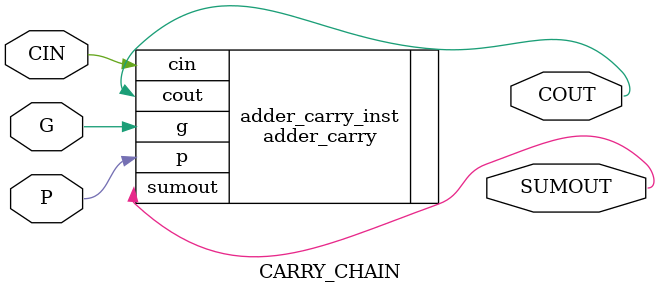
<source format=v>
module CARRY_CHAIN(P, G, CIN, SUMOUT, COUT);
    input wire  P, G, CIN;
    output wire SUMOUT, COUT;
    adder_carry adder_carry_inst(.p(P), .g(G), .cin(CIN), .sumout(SUMOUT), .cout(COUT));
endmodule

</source>
